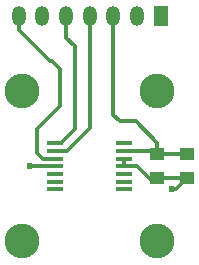
<source format=gtl>
G04 #@! TF.FileFunction,Copper,L1,Top,Signal*
%FSLAX46Y46*%
G04 Gerber Fmt 4.6, Leading zero omitted, Abs format (unit mm)*
G04 Created by KiCad (PCBNEW 4.0.7+dfsg1-1~bpo8+1) date Sun Dec 31 03:01:23 2017*
%MOMM*%
%LPD*%
G01*
G04 APERTURE LIST*
%ADD10C,0.100000*%
%ADD11R,1.450000X0.450000*%
%ADD12R,1.250000X1.000000*%
%ADD13R,1.198880X1.699260*%
%ADD14O,1.198880X1.699260*%
%ADD15C,2.946400*%
%ADD16C,0.600000*%
%ADD17C,0.300000*%
G04 APERTURE END LIST*
D10*
D11*
X86585000Y-94570000D03*
X86585000Y-95220000D03*
X86585000Y-95870000D03*
X86585000Y-96520000D03*
X86585000Y-97170000D03*
X86585000Y-97820000D03*
X86585000Y-98470000D03*
X92485000Y-98470000D03*
X92485000Y-97820000D03*
X92485000Y-97170000D03*
X92485000Y-96520000D03*
X92485000Y-95870000D03*
X92485000Y-95220000D03*
X92485000Y-94570000D03*
D12*
X97790000Y-97520000D03*
X97790000Y-95520000D03*
X95250000Y-97520000D03*
X95250000Y-95520000D03*
D13*
X95539560Y-83820000D03*
D14*
X91536520Y-83820000D03*
X93538040Y-83820000D03*
X89537540Y-83820000D03*
X87536020Y-83820000D03*
X85534500Y-83820000D03*
X83535520Y-83820000D03*
D15*
X95250000Y-102870000D03*
X83820000Y-90170000D03*
X95250000Y-90170000D03*
X83820000Y-102870000D03*
D16*
X96520000Y-98425000D03*
X84455000Y-96520000D03*
D17*
X91536520Y-90805000D02*
X91536520Y-83820000D01*
X92075000Y-92710000D02*
X91536520Y-92171520D01*
X91536520Y-92171520D02*
X91536520Y-90805000D01*
X93441520Y-92710000D02*
X92075000Y-92710000D01*
X95250000Y-95520000D02*
X95250000Y-94518480D01*
X95250000Y-94518480D02*
X93441520Y-92710000D01*
X95250000Y-95520000D02*
X94950000Y-95220000D01*
X94950000Y-95220000D02*
X92485000Y-95220000D01*
X97790000Y-95520000D02*
X95250000Y-95520000D01*
X96520000Y-98425000D02*
X96885000Y-98425000D01*
X96885000Y-98425000D02*
X97790000Y-97520000D01*
X95250000Y-97520000D02*
X97790000Y-97520000D01*
X94615000Y-97625000D02*
X95145000Y-97625000D01*
X95145000Y-97625000D02*
X95250000Y-97520000D01*
X92485000Y-96520000D02*
X93510000Y-96520000D01*
X93510000Y-96520000D02*
X94615000Y-97625000D01*
X92485000Y-96520000D02*
X92485000Y-95870000D01*
X86585000Y-95220000D02*
X87610000Y-95220000D01*
X89537540Y-93292460D02*
X89537540Y-90805000D01*
X87610000Y-95220000D02*
X89537540Y-93292460D01*
X89537540Y-90805000D02*
X89537540Y-83820000D01*
X88265000Y-86360000D02*
X87536020Y-85631020D01*
X87536020Y-85631020D02*
X87536020Y-83820000D01*
X88265000Y-93390000D02*
X88265000Y-86360000D01*
X86585000Y-94570000D02*
X87085000Y-94570000D01*
X87085000Y-94570000D02*
X88265000Y-93390000D01*
X84455000Y-96520000D02*
X86585000Y-96520000D01*
X83535520Y-83820000D02*
X83535520Y-84969630D01*
X85560000Y-95870000D02*
X86585000Y-95870000D01*
X83535520Y-84969630D02*
X86195890Y-87630000D01*
X86195890Y-87630000D02*
X86360000Y-87630000D01*
X86360000Y-87630000D02*
X86995000Y-88265000D01*
X85090000Y-95400000D02*
X85560000Y-95870000D01*
X86995000Y-88265000D02*
X86995000Y-91440000D01*
X86995000Y-91440000D02*
X85090000Y-93345000D01*
X85090000Y-93345000D02*
X85090000Y-95400000D01*
M02*

</source>
